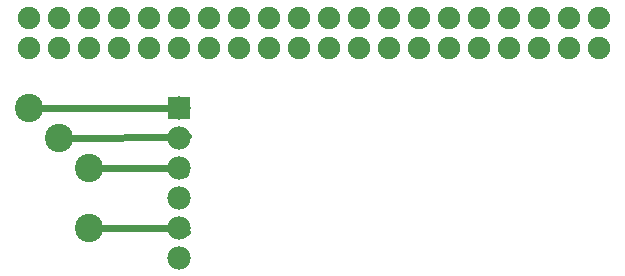
<source format=gbl>
G04 MADE WITH FRITZING*
G04 WWW.FRITZING.ORG*
G04 DOUBLE SIDED*
G04 HOLES PLATED*
G04 CONTOUR ON CENTER OF CONTOUR VECTOR*
%ASAXBY*%
%FSLAX23Y23*%
%MOIN*%
%OFA0B0*%
%SFA1.0B1.0*%
%ADD10C,0.075361*%
%ADD11C,0.094488*%
%ADD12C,0.078000*%
%ADD13R,0.078000X0.078000*%
%ADD14C,0.024000*%
%LNCOPPER0*%
G90*
G70*
G54D10*
X144Y909D03*
X244Y909D03*
X344Y909D03*
X444Y909D03*
X544Y909D03*
X644Y909D03*
X744Y909D03*
X844Y909D03*
X944Y909D03*
X1044Y909D03*
X1144Y909D03*
X1244Y909D03*
X1344Y909D03*
X1444Y909D03*
X1544Y909D03*
X1644Y909D03*
X1744Y909D03*
X1844Y909D03*
X1944Y909D03*
X2044Y909D03*
X2044Y1009D03*
X1944Y1009D03*
X1844Y1009D03*
X1744Y1009D03*
X1644Y1009D03*
X1544Y1009D03*
X1444Y1009D03*
X1344Y1009D03*
X1244Y1009D03*
X1144Y1009D03*
X1044Y1009D03*
X944Y1009D03*
X844Y1009D03*
X744Y1009D03*
X644Y1009D03*
X544Y1009D03*
X444Y1009D03*
X344Y1009D03*
X244Y1009D03*
X144Y1009D03*
G54D11*
X344Y509D03*
X244Y609D03*
X144Y709D03*
X344Y309D03*
G54D12*
X644Y709D03*
X644Y609D03*
X644Y509D03*
X644Y409D03*
X644Y309D03*
X644Y209D03*
G54D13*
X644Y709D03*
G54D14*
X614Y709D02*
X171Y709D01*
D02*
X645Y610D02*
X271Y609D01*
D02*
X674Y614D02*
X645Y610D01*
D02*
X645Y508D02*
X371Y509D01*
D02*
X665Y488D02*
X645Y508D01*
D02*
X645Y309D02*
X371Y309D01*
D02*
X670Y295D02*
X645Y309D01*
G04 End of Copper0*
M02*
</source>
